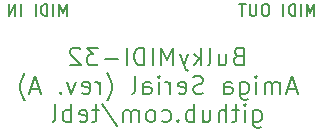
<source format=gbo>
G04 #@! TF.GenerationSoftware,KiCad,Pcbnew,(5.1.8)-1*
G04 #@! TF.CreationDate,2022-02-21T01:44:32+01:00*
G04 #@! TF.ProjectId,BulkyMIDI-32 Amiga,42756c6b-794d-4494-9449-2d333220416d,rev?*
G04 #@! TF.SameCoordinates,Original*
G04 #@! TF.FileFunction,Legend,Bot*
G04 #@! TF.FilePolarity,Positive*
%FSLAX46Y46*%
G04 Gerber Fmt 4.6, Leading zero omitted, Abs format (unit mm)*
G04 Created by KiCad (PCBNEW (5.1.8)-1) date 2022-02-21 01:44:32*
%MOMM*%
%LPD*%
G01*
G04 APERTURE LIST*
%ADD10C,0.150000*%
G04 APERTURE END LIST*
D10*
X131389047Y-68651380D02*
X131389047Y-67651380D01*
X131055714Y-68365666D01*
X130722380Y-67651380D01*
X130722380Y-68651380D01*
X130246190Y-68651380D02*
X130246190Y-67651380D01*
X129770000Y-68651380D02*
X129770000Y-67651380D01*
X129531904Y-67651380D01*
X129389047Y-67699000D01*
X129293809Y-67794238D01*
X129246190Y-67889476D01*
X129198571Y-68079952D01*
X129198571Y-68222809D01*
X129246190Y-68413285D01*
X129293809Y-68508523D01*
X129389047Y-68603761D01*
X129531904Y-68651380D01*
X129770000Y-68651380D01*
X128770000Y-68651380D02*
X128770000Y-67651380D01*
X127341428Y-67651380D02*
X127150952Y-67651380D01*
X127055714Y-67699000D01*
X126960476Y-67794238D01*
X126912857Y-67984714D01*
X126912857Y-68318047D01*
X126960476Y-68508523D01*
X127055714Y-68603761D01*
X127150952Y-68651380D01*
X127341428Y-68651380D01*
X127436666Y-68603761D01*
X127531904Y-68508523D01*
X127579523Y-68318047D01*
X127579523Y-67984714D01*
X127531904Y-67794238D01*
X127436666Y-67699000D01*
X127341428Y-67651380D01*
X126484285Y-67651380D02*
X126484285Y-68460904D01*
X126436666Y-68556142D01*
X126389047Y-68603761D01*
X126293809Y-68651380D01*
X126103333Y-68651380D01*
X126008095Y-68603761D01*
X125960476Y-68556142D01*
X125912857Y-68460904D01*
X125912857Y-67651380D01*
X125579523Y-67651380D02*
X125008095Y-67651380D01*
X125293809Y-68651380D02*
X125293809Y-67651380D01*
X110402380Y-68651380D02*
X110402380Y-67651380D01*
X110069047Y-68365666D01*
X109735714Y-67651380D01*
X109735714Y-68651380D01*
X109259523Y-68651380D02*
X109259523Y-67651380D01*
X108783333Y-68651380D02*
X108783333Y-67651380D01*
X108545238Y-67651380D01*
X108402380Y-67699000D01*
X108307142Y-67794238D01*
X108259523Y-67889476D01*
X108211904Y-68079952D01*
X108211904Y-68222809D01*
X108259523Y-68413285D01*
X108307142Y-68508523D01*
X108402380Y-68603761D01*
X108545238Y-68651380D01*
X108783333Y-68651380D01*
X107783333Y-68651380D02*
X107783333Y-67651380D01*
X106545238Y-68651380D02*
X106545238Y-67651380D01*
X106069047Y-68651380D02*
X106069047Y-67651380D01*
X105497619Y-68651380D01*
X105497619Y-67651380D01*
X124931428Y-72041857D02*
X124717142Y-72113285D01*
X124645714Y-72184714D01*
X124574285Y-72327571D01*
X124574285Y-72541857D01*
X124645714Y-72684714D01*
X124717142Y-72756142D01*
X124860000Y-72827571D01*
X125431428Y-72827571D01*
X125431428Y-71327571D01*
X124931428Y-71327571D01*
X124788571Y-71399000D01*
X124717142Y-71470428D01*
X124645714Y-71613285D01*
X124645714Y-71756142D01*
X124717142Y-71899000D01*
X124788571Y-71970428D01*
X124931428Y-72041857D01*
X125431428Y-72041857D01*
X123288571Y-71827571D02*
X123288571Y-72827571D01*
X123931428Y-71827571D02*
X123931428Y-72613285D01*
X123860000Y-72756142D01*
X123717142Y-72827571D01*
X123502857Y-72827571D01*
X123360000Y-72756142D01*
X123288571Y-72684714D01*
X122360000Y-72827571D02*
X122502857Y-72756142D01*
X122574285Y-72613285D01*
X122574285Y-71327571D01*
X121788571Y-72827571D02*
X121788571Y-71327571D01*
X121645714Y-72256142D02*
X121217142Y-72827571D01*
X121217142Y-71827571D02*
X121788571Y-72399000D01*
X120717142Y-71827571D02*
X120360000Y-72827571D01*
X120002857Y-71827571D02*
X120360000Y-72827571D01*
X120502857Y-73184714D01*
X120574285Y-73256142D01*
X120717142Y-73327571D01*
X119431428Y-72827571D02*
X119431428Y-71327571D01*
X118931428Y-72399000D01*
X118431428Y-71327571D01*
X118431428Y-72827571D01*
X117717142Y-72827571D02*
X117717142Y-71327571D01*
X117002857Y-72827571D02*
X117002857Y-71327571D01*
X116645714Y-71327571D01*
X116431428Y-71399000D01*
X116288571Y-71541857D01*
X116217142Y-71684714D01*
X116145714Y-71970428D01*
X116145714Y-72184714D01*
X116217142Y-72470428D01*
X116288571Y-72613285D01*
X116431428Y-72756142D01*
X116645714Y-72827571D01*
X117002857Y-72827571D01*
X115502857Y-72827571D02*
X115502857Y-71327571D01*
X114788571Y-72256142D02*
X113645714Y-72256142D01*
X113074285Y-71327571D02*
X112145714Y-71327571D01*
X112645714Y-71899000D01*
X112431428Y-71899000D01*
X112288571Y-71970428D01*
X112217142Y-72041857D01*
X112145714Y-72184714D01*
X112145714Y-72541857D01*
X112217142Y-72684714D01*
X112288571Y-72756142D01*
X112431428Y-72827571D01*
X112860000Y-72827571D01*
X113002857Y-72756142D01*
X113074285Y-72684714D01*
X111574285Y-71470428D02*
X111502857Y-71399000D01*
X111360000Y-71327571D01*
X111002857Y-71327571D01*
X110860000Y-71399000D01*
X110788571Y-71470428D01*
X110717142Y-71613285D01*
X110717142Y-71756142D01*
X110788571Y-71970428D01*
X111645714Y-72827571D01*
X110717142Y-72827571D01*
X129824285Y-74799000D02*
X129110000Y-74799000D01*
X129967142Y-75227571D02*
X129467142Y-73727571D01*
X128967142Y-75227571D01*
X128467142Y-75227571D02*
X128467142Y-74227571D01*
X128467142Y-74370428D02*
X128395714Y-74299000D01*
X128252857Y-74227571D01*
X128038571Y-74227571D01*
X127895714Y-74299000D01*
X127824285Y-74441857D01*
X127824285Y-75227571D01*
X127824285Y-74441857D02*
X127752857Y-74299000D01*
X127610000Y-74227571D01*
X127395714Y-74227571D01*
X127252857Y-74299000D01*
X127181428Y-74441857D01*
X127181428Y-75227571D01*
X126467142Y-75227571D02*
X126467142Y-74227571D01*
X126467142Y-73727571D02*
X126538571Y-73799000D01*
X126467142Y-73870428D01*
X126395714Y-73799000D01*
X126467142Y-73727571D01*
X126467142Y-73870428D01*
X125110000Y-74227571D02*
X125110000Y-75441857D01*
X125181428Y-75584714D01*
X125252857Y-75656142D01*
X125395714Y-75727571D01*
X125610000Y-75727571D01*
X125752857Y-75656142D01*
X125110000Y-75156142D02*
X125252857Y-75227571D01*
X125538571Y-75227571D01*
X125681428Y-75156142D01*
X125752857Y-75084714D01*
X125824285Y-74941857D01*
X125824285Y-74513285D01*
X125752857Y-74370428D01*
X125681428Y-74299000D01*
X125538571Y-74227571D01*
X125252857Y-74227571D01*
X125110000Y-74299000D01*
X123752857Y-75227571D02*
X123752857Y-74441857D01*
X123824285Y-74299000D01*
X123967142Y-74227571D01*
X124252857Y-74227571D01*
X124395714Y-74299000D01*
X123752857Y-75156142D02*
X123895714Y-75227571D01*
X124252857Y-75227571D01*
X124395714Y-75156142D01*
X124467142Y-75013285D01*
X124467142Y-74870428D01*
X124395714Y-74727571D01*
X124252857Y-74656142D01*
X123895714Y-74656142D01*
X123752857Y-74584714D01*
X121967142Y-75156142D02*
X121752857Y-75227571D01*
X121395714Y-75227571D01*
X121252857Y-75156142D01*
X121181428Y-75084714D01*
X121110000Y-74941857D01*
X121110000Y-74799000D01*
X121181428Y-74656142D01*
X121252857Y-74584714D01*
X121395714Y-74513285D01*
X121681428Y-74441857D01*
X121824285Y-74370428D01*
X121895714Y-74299000D01*
X121967142Y-74156142D01*
X121967142Y-74013285D01*
X121895714Y-73870428D01*
X121824285Y-73799000D01*
X121681428Y-73727571D01*
X121324285Y-73727571D01*
X121110000Y-73799000D01*
X119895714Y-75156142D02*
X120038571Y-75227571D01*
X120324285Y-75227571D01*
X120467142Y-75156142D01*
X120538571Y-75013285D01*
X120538571Y-74441857D01*
X120467142Y-74299000D01*
X120324285Y-74227571D01*
X120038571Y-74227571D01*
X119895714Y-74299000D01*
X119824285Y-74441857D01*
X119824285Y-74584714D01*
X120538571Y-74727571D01*
X119181428Y-75227571D02*
X119181428Y-74227571D01*
X119181428Y-74513285D02*
X119110000Y-74370428D01*
X119038571Y-74299000D01*
X118895714Y-74227571D01*
X118752857Y-74227571D01*
X118252857Y-75227571D02*
X118252857Y-74227571D01*
X118252857Y-73727571D02*
X118324285Y-73799000D01*
X118252857Y-73870428D01*
X118181428Y-73799000D01*
X118252857Y-73727571D01*
X118252857Y-73870428D01*
X116895714Y-75227571D02*
X116895714Y-74441857D01*
X116967142Y-74299000D01*
X117110000Y-74227571D01*
X117395714Y-74227571D01*
X117538571Y-74299000D01*
X116895714Y-75156142D02*
X117038571Y-75227571D01*
X117395714Y-75227571D01*
X117538571Y-75156142D01*
X117610000Y-75013285D01*
X117610000Y-74870428D01*
X117538571Y-74727571D01*
X117395714Y-74656142D01*
X117038571Y-74656142D01*
X116895714Y-74584714D01*
X115967142Y-75227571D02*
X116110000Y-75156142D01*
X116181428Y-75013285D01*
X116181428Y-73727571D01*
X113824285Y-75799000D02*
X113895714Y-75727571D01*
X114038571Y-75513285D01*
X114110000Y-75370428D01*
X114181428Y-75156142D01*
X114252857Y-74799000D01*
X114252857Y-74513285D01*
X114181428Y-74156142D01*
X114110000Y-73941857D01*
X114038571Y-73799000D01*
X113895714Y-73584714D01*
X113824285Y-73513285D01*
X113252857Y-75227571D02*
X113252857Y-74227571D01*
X113252857Y-74513285D02*
X113181428Y-74370428D01*
X113110000Y-74299000D01*
X112967142Y-74227571D01*
X112824285Y-74227571D01*
X111752857Y-75156142D02*
X111895714Y-75227571D01*
X112181428Y-75227571D01*
X112324285Y-75156142D01*
X112395714Y-75013285D01*
X112395714Y-74441857D01*
X112324285Y-74299000D01*
X112181428Y-74227571D01*
X111895714Y-74227571D01*
X111752857Y-74299000D01*
X111681428Y-74441857D01*
X111681428Y-74584714D01*
X112395714Y-74727571D01*
X111181428Y-74227571D02*
X110824285Y-75227571D01*
X110467142Y-74227571D01*
X109895714Y-75084714D02*
X109824285Y-75156142D01*
X109895714Y-75227571D01*
X109967142Y-75156142D01*
X109895714Y-75084714D01*
X109895714Y-75227571D01*
X108110000Y-74799000D02*
X107395714Y-74799000D01*
X108252857Y-75227571D02*
X107752857Y-73727571D01*
X107252857Y-75227571D01*
X106895714Y-75799000D02*
X106824285Y-75727571D01*
X106681428Y-75513285D01*
X106610000Y-75370428D01*
X106538571Y-75156142D01*
X106467142Y-74799000D01*
X106467142Y-74513285D01*
X106538571Y-74156142D01*
X106610000Y-73941857D01*
X106681428Y-73799000D01*
X106824285Y-73584714D01*
X106895714Y-73513285D01*
X126217142Y-76627571D02*
X126217142Y-77841857D01*
X126288571Y-77984714D01*
X126360000Y-78056142D01*
X126502857Y-78127571D01*
X126717142Y-78127571D01*
X126860000Y-78056142D01*
X126217142Y-77556142D02*
X126360000Y-77627571D01*
X126645714Y-77627571D01*
X126788571Y-77556142D01*
X126860000Y-77484714D01*
X126931428Y-77341857D01*
X126931428Y-76913285D01*
X126860000Y-76770428D01*
X126788571Y-76699000D01*
X126645714Y-76627571D01*
X126360000Y-76627571D01*
X126217142Y-76699000D01*
X125502857Y-77627571D02*
X125502857Y-76627571D01*
X125502857Y-76127571D02*
X125574285Y-76199000D01*
X125502857Y-76270428D01*
X125431428Y-76199000D01*
X125502857Y-76127571D01*
X125502857Y-76270428D01*
X125002857Y-76627571D02*
X124431428Y-76627571D01*
X124788571Y-76127571D02*
X124788571Y-77413285D01*
X124717142Y-77556142D01*
X124574285Y-77627571D01*
X124431428Y-77627571D01*
X123931428Y-77627571D02*
X123931428Y-76127571D01*
X123288571Y-77627571D02*
X123288571Y-76841857D01*
X123360000Y-76699000D01*
X123502857Y-76627571D01*
X123717142Y-76627571D01*
X123860000Y-76699000D01*
X123931428Y-76770428D01*
X121931428Y-76627571D02*
X121931428Y-77627571D01*
X122574285Y-76627571D02*
X122574285Y-77413285D01*
X122502857Y-77556142D01*
X122360000Y-77627571D01*
X122145714Y-77627571D01*
X122002857Y-77556142D01*
X121931428Y-77484714D01*
X121217142Y-77627571D02*
X121217142Y-76127571D01*
X121217142Y-76699000D02*
X121074285Y-76627571D01*
X120788571Y-76627571D01*
X120645714Y-76699000D01*
X120574285Y-76770428D01*
X120502857Y-76913285D01*
X120502857Y-77341857D01*
X120574285Y-77484714D01*
X120645714Y-77556142D01*
X120788571Y-77627571D01*
X121074285Y-77627571D01*
X121217142Y-77556142D01*
X119860000Y-77484714D02*
X119788571Y-77556142D01*
X119860000Y-77627571D01*
X119931428Y-77556142D01*
X119860000Y-77484714D01*
X119860000Y-77627571D01*
X118502857Y-77556142D02*
X118645714Y-77627571D01*
X118931428Y-77627571D01*
X119074285Y-77556142D01*
X119145714Y-77484714D01*
X119217142Y-77341857D01*
X119217142Y-76913285D01*
X119145714Y-76770428D01*
X119074285Y-76699000D01*
X118931428Y-76627571D01*
X118645714Y-76627571D01*
X118502857Y-76699000D01*
X117645714Y-77627571D02*
X117788571Y-77556142D01*
X117860000Y-77484714D01*
X117931428Y-77341857D01*
X117931428Y-76913285D01*
X117860000Y-76770428D01*
X117788571Y-76699000D01*
X117645714Y-76627571D01*
X117431428Y-76627571D01*
X117288571Y-76699000D01*
X117217142Y-76770428D01*
X117145714Y-76913285D01*
X117145714Y-77341857D01*
X117217142Y-77484714D01*
X117288571Y-77556142D01*
X117431428Y-77627571D01*
X117645714Y-77627571D01*
X116502857Y-77627571D02*
X116502857Y-76627571D01*
X116502857Y-76770428D02*
X116431428Y-76699000D01*
X116288571Y-76627571D01*
X116074285Y-76627571D01*
X115931428Y-76699000D01*
X115860000Y-76841857D01*
X115860000Y-77627571D01*
X115860000Y-76841857D02*
X115788571Y-76699000D01*
X115645714Y-76627571D01*
X115431428Y-76627571D01*
X115288571Y-76699000D01*
X115217142Y-76841857D01*
X115217142Y-77627571D01*
X113431428Y-76056142D02*
X114717142Y-77984714D01*
X113145714Y-76627571D02*
X112574285Y-76627571D01*
X112931428Y-76127571D02*
X112931428Y-77413285D01*
X112860000Y-77556142D01*
X112717142Y-77627571D01*
X112574285Y-77627571D01*
X111502857Y-77556142D02*
X111645714Y-77627571D01*
X111931428Y-77627571D01*
X112074285Y-77556142D01*
X112145714Y-77413285D01*
X112145714Y-76841857D01*
X112074285Y-76699000D01*
X111931428Y-76627571D01*
X111645714Y-76627571D01*
X111502857Y-76699000D01*
X111431428Y-76841857D01*
X111431428Y-76984714D01*
X112145714Y-77127571D01*
X110788571Y-77627571D02*
X110788571Y-76127571D01*
X110788571Y-76699000D02*
X110645714Y-76627571D01*
X110360000Y-76627571D01*
X110217142Y-76699000D01*
X110145714Y-76770428D01*
X110074285Y-76913285D01*
X110074285Y-77341857D01*
X110145714Y-77484714D01*
X110217142Y-77556142D01*
X110360000Y-77627571D01*
X110645714Y-77627571D01*
X110788571Y-77556142D01*
X109217142Y-77627571D02*
X109360000Y-77556142D01*
X109431428Y-77413285D01*
X109431428Y-76127571D01*
M02*

</source>
